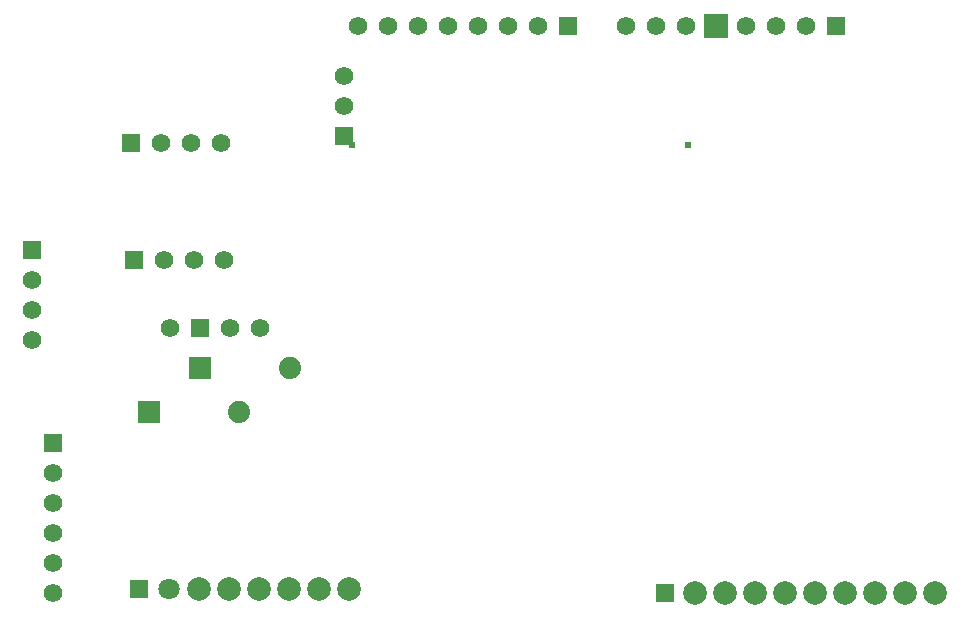
<source format=gtl>
G04 Layer: TopLayer*
G04 EasyEDA v6.3.43, 2020-05-24T14:32:55--3:00*
G04 a60beb115e6d4cc6af766ae4472ff299,4133ba2459604e99bbbe5cdf154db1fe,10*
G04 Gerber Generator version 0.2*
G04 Scale: 100 percent, Rotated: No, Reflected: No *
G04 Dimensions in millimeters *
G04 leading zeros omitted , absolute positions ,3 integer and 3 decimal *
%FSLAX33Y33*%
%MOMM*%
G90*
G71D02*

%ADD11C,0.610006*%
%ADD12C,1.574800*%
%ADD13R,1.574800X1.574800*%
%ADD14R,1.999996X1.999996*%
%ADD15R,1.599997X1.599997*%
%ADD16C,1.799996*%
%ADD17C,1.999996*%
%ADD18R,1.524000X1.524000*%
%ADD19C,1.879600*%
%ADD20R,1.879600X1.879600*%

%LPD*%
G54D12*
G01X9141Y4064D03*
G01X9141Y6604D03*
G01X9141Y9144D03*
G01X9141Y11684D03*
G01X9141Y14224D03*
G54D13*
G01X9141Y16764D03*
G01X75435Y52070D03*
G54D12*
G01X72895Y52070D03*
G01X70355Y52070D03*
G01X67815Y52070D03*
G54D14*
G01X65275Y52070D03*
G54D12*
G01X62735Y52070D03*
G01X60195Y52070D03*
G01X57655Y52070D03*
G54D13*
G01X52702Y52070D03*
G54D12*
G01X50162Y52070D03*
G01X47622Y52070D03*
G01X45082Y52070D03*
G01X42542Y52070D03*
G01X40002Y52070D03*
G01X37462Y52070D03*
G01X34922Y52070D03*
G54D15*
G01X16380Y4445D03*
G54D16*
G01X18920Y4445D03*
G54D17*
G01X21460Y4445D03*
G01X24000Y4445D03*
G01X26540Y4445D03*
G01X29080Y4445D03*
G01X31620Y4445D03*
G01X34160Y4445D03*
G54D12*
G01X33779Y47879D03*
G01X33779Y45339D03*
G54D18*
G01X33779Y42799D03*
G54D17*
G01X83817Y4064D03*
G01X81277Y4064D03*
G01X78737Y4064D03*
G01X76197Y4064D03*
G01X73657Y4064D03*
G01X71117Y4064D03*
G01X68577Y4064D03*
G01X66037Y4064D03*
G01X63497Y4064D03*
G54D13*
G01X60957Y4064D03*
G54D12*
G01X26667Y26543D03*
G01X24127Y26543D03*
G54D13*
G01X21587Y26543D03*
G54D12*
G01X19047Y26543D03*
G54D13*
G01X15745Y42164D03*
G54D12*
G01X18285Y42164D03*
G01X20825Y42164D03*
G01X23365Y42164D03*
G54D13*
G01X15999Y32258D03*
G54D12*
G01X18539Y32258D03*
G01X21079Y32258D03*
G01X23619Y32258D03*
G54D13*
G01X7363Y33147D03*
G54D12*
G01X7363Y30607D03*
G01X7363Y28067D03*
G01X7363Y25527D03*
G54D19*
G01X29207Y23114D03*
G54D20*
G01X21587Y23114D03*
G54D19*
G01X24889Y19431D03*
G54D20*
G01X17269Y19431D03*
G54D11*
G01X62862Y42037D03*
G01X34414Y42037D03*
M00*
M02*

</source>
